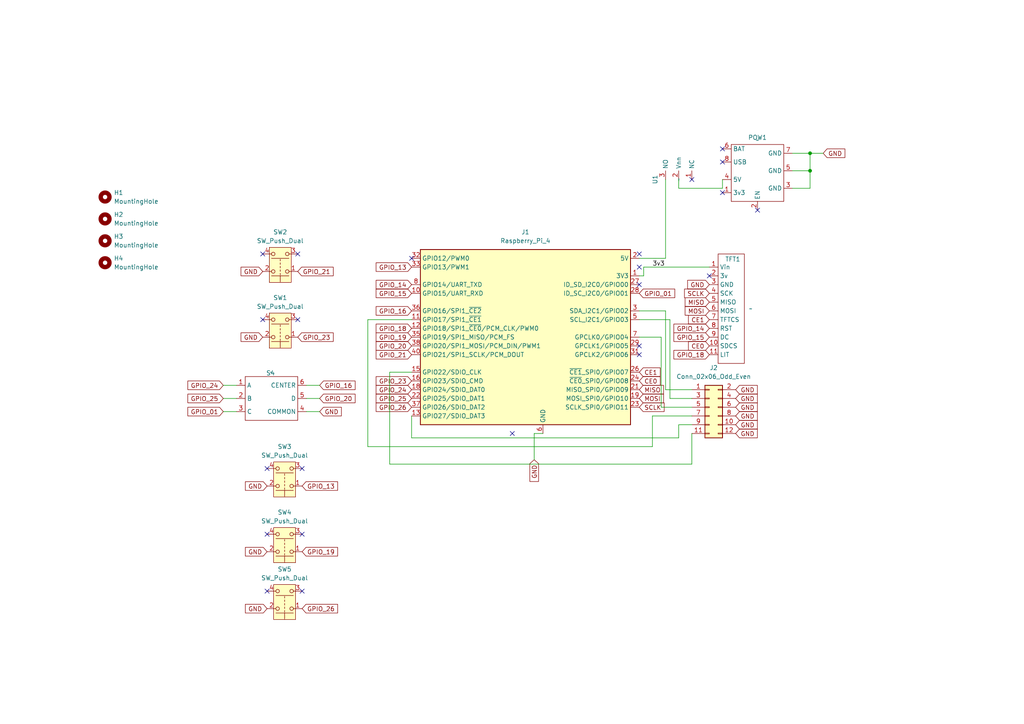
<source format=kicad_sch>
(kicad_sch (version 20250114) (generator "eeschema") (generator_version "9.0")
  (paper "A4")
  (lib_symbols
    (symbol "Connector:Raspberry_Pi_4"
      (property "Reference" "J1" (at 0 30.48 0))
      (property "Value" "Raspberry_Pi_4" (at 0 27.94 0))
      (symbol "Raspberry_Pi_4_0_1"
        (rectangle (start -30.48 25.4) (end 30.48 -25.4) (stroke (width 0.254)) (fill (type background)))
      )
      (symbol "Raspberry_Pi_4_1_1"
        (pin bidirectional line (at -33.02 22.86 0) (length 2.54) (name "GPIO12/PWM0") (number "32"))
        (pin bidirectional line (at -33.02 20.32 0) (length 2.54) (name "GPIO13/PWM1") (number "33"))
        (pin bidirectional line (at -33.02 15.24 0) (length 2.54) (name "GPIO14/UART_TXD") (number "8"))
        (pin bidirectional line (at -33.02 12.7 0) (length 2.54) (name "GPIO15/UART_RXD") (number "10"))
        (pin bidirectional line (at -33.02 7.62 0) (length 2.54) (name "GPIO16/SPI1_~{CE2}") (number "36"))
        (pin bidirectional line (at -33.02 5.08 0) (length 2.54) (name "GPIO17/SPI1_~{CE1}") (number "11"))
        (pin bidirectional line (at -33.02 2.54 0) (length 2.54) (name "GPIO18/SPI1_~{CE0}/PCM_CLK/PWM0") (number "12"))
        (pin bidirectional line (at -33.02 0 0) (length 2.54) (name "GPIO19/SPI1_MISO/PCM_FS") (number "35"))
        (pin bidirectional line (at -33.02 -2.54 0) (length 2.54) (name "GPIO20/SPI1_MOSI/PCM_DIN/PWM1") (number "38"))
        (pin bidirectional line (at -33.02 -5.08 0) (length 2.54) (name "GPIO21/SPI1_SCLK/PCM_DOUT") (number "40"))
        (pin bidirectional line (at -33.02 -10.16 0) (length 2.54) (name "GPIO22/SDIO_CLK") (number "15"))
        (pin bidirectional line (at -33.02 -12.7 0) (length 2.54) (name "GPIO23/SDIO_CMD") (number "16"))
        (pin bidirectional line (at -33.02 -15.24 0) (length 2.54) (name "GPIO24/SDIO_DAT0") (number "18"))
        (pin bidirectional line (at -33.02 -17.78 0) (length 2.54) (name "GPIO25/SDIO_DAT1") (number "22"))
        (pin bidirectional line (at -33.02 -20.32 0) (length 2.54) (name "GPIO26/SDIO_DAT2") (number "37"))
        (pin bidirectional line (at -33.02 -22.86 0) (length 2.54) (name "GPIO27/SDIO_DAT3") (number "13"))
        (pin passive line (at -3.81 -27.94 90) (length 2.54) (hide yes) (name "GND") (number "25"))
        (pin passive line (at -3.81 -27.94 90) (length 2.54) (hide yes) (name "GND") (number "9"))
        (pin passive line (at 5.08 -27.94 90) (length 2.54) (hide yes) (name "GND") (number "14"))
        (pin passive line (at 5.08 -27.94 90) (length 2.54) (hide yes) (name "GND") (number "20"))
        (pin passive line (at 5.08 -27.94 90) (length 2.54) (hide yes) (name "GND") (number "30"))
        (pin passive line (at 5.08 -27.94 90) (length 2.54) (hide yes) (name "GND") (number "34"))
        (pin passive line (at 5.08 -27.94 90) (length 2.54) (hide yes) (name "GND") (number "39"))
        (pin power_out line (at 5.08 -27.94 90) (length 2.54) (name "GND") (number "6"))
        (pin passive line (at 33.02 24.13 180) (length 2.54) (hide yes) (name "5V") (number "4"))
        (pin power_out line (at 33.02 22.86 180) (length 2.54) (name "5V") (number "2"))
        (pin passive line (at 33.02 20.32 180) (length 2.54) (hide yes) (name "3V3") (number "17"))
        (pin power_out line (at 33.02 17.78 180) (length 2.54) (name "3V3") (number "1"))
        (pin bidirectional line (at 33.02 15.24 180) (length 2.54) (name "ID_SD_I2C0/GPIO00") (number "27"))
        (pin bidirectional line (at 33.02 12.7 180) (length 2.54) (name "ID_SC_I2C0/GPIO01") (number "28"))
        (pin bidirectional line (at 33.02 7.62 180) (length 2.54) (name "SDA_I2C1/GPIO02") (number "3"))
        (pin bidirectional line (at 33.02 5.08 180) (length 2.54) (name "SCL_I2C1/GPIO03") (number "5"))
        (pin bidirectional line (at 33.02 0 180) (length 2.54) (name "GPCLK0/GPIO04") (number "7"))
        (pin bidirectional line (at 33.02 -2.54 180) (length 2.54) (name "GPCLK1/GPIO05") (number "29"))
        (pin bidirectional line (at 33.02 -5.08 180) (length 2.54) (name "GPCLK2/GPIO06") (number "31"))
        (pin bidirectional line (at 33.02 -10.16 180) (length 2.54) (name "~{CE1}_SPI0/GPIO07") (number "26"))
        (pin bidirectional line (at 33.02 -12.7 180) (length 2.54) (name "~{CE0}_SPI0/GPIO08") (number "24"))
        (pin bidirectional line (at 33.02 -15.24 180) (length 2.54) (name "MISO_SPI0/GPIO09") (number "21"))
        (pin bidirectional line (at 33.02 -17.78 180) (length 2.54) (name "MOSI_SPI0/GPIO10") (number "19"))
        (pin bidirectional line (at 33.02 -20.32 180) (length 2.54) (name "SCLK_SPI0/GPIO11") (number "23"))
      )
    )
    (symbol "Connector_Generic:Conn_02x06_Odd_Even" (pin_names (offset 1.016) (hide yes))
      (property "Reference" "J" (at 1.27 7.62 0))
      (property "Value" "Conn_02x06_Odd_Even" (at 1.27 -10.16 0))
      (symbol "Conn_02x06_Odd_Even_1_1"
        (rectangle (start -1.27 6.35) (end 3.81 -8.89) (stroke (width 0.254)) (fill (type background)))
        (rectangle (start -1.27 5.207) (end 0 4.953) (stroke (width 0.1524)))
        (rectangle (start -1.27 2.667) (end 0 2.413) (stroke (width 0.1524)))
        (rectangle (start -1.27 0.127) (end 0 -0.127) (stroke (width 0.1524)))
        (rectangle (start -1.27 -2.413) (end 0 -2.667) (stroke (width 0.1524)))
        (rectangle (start -1.27 -4.953) (end 0 -5.207) (stroke (width 0.1524)))
        (rectangle (start -1.27 -7.493) (end 0 -7.747) (stroke (width 0.1524)))
        (rectangle (start 3.81 5.207) (end 2.54 4.953) (stroke (width 0.1524)))
        (rectangle (start 3.81 2.667) (end 2.54 2.413) (stroke (width 0.1524)))
        (rectangle (start 3.81 0.127) (end 2.54 -0.127) (stroke (width 0.1524)))
        (rectangle (start 3.81 -2.413) (end 2.54 -2.667) (stroke (width 0.1524)))
        (rectangle (start 3.81 -4.953) (end 2.54 -5.207) (stroke (width 0.1524)))
        (rectangle (start 3.81 -7.493) (end 2.54 -7.747) (stroke (width 0.1524)))
        (pin passive line (at -5.08 5.08 0) (length 3.81) (name "Pin_1") (number "1"))
        (pin passive line (at -5.08 2.54 0) (length 3.81) (name "Pin_3") (number "3"))
        (pin passive line (at -5.08 0 0) (length 3.81) (name "Pin_5") (number "5"))
        (pin passive line (at -5.08 -2.54 0) (length 3.81) (name "Pin_7") (number "7"))
        (pin passive line (at -5.08 -5.08 0) (length 3.81) (name "Pin_9") (number "9"))
        (pin passive line (at -5.08 -7.62 0) (length 3.81) (name "Pin_11") (number "11"))
        (pin passive line (at 7.62 5.08 180) (length 3.81) (name "Pin_2") (number "2"))
        (pin passive line (at 7.62 2.54 180) (length 3.81) (name "Pin_4") (number "4"))
        (pin passive line (at 7.62 0 180) (length 3.81) (name "Pin_6") (number "6"))
        (pin passive line (at 7.62 -2.54 180) (length 3.81) (name "Pin_8") (number "8"))
        (pin passive line (at 7.62 -5.08 180) (length 3.81) (name "Pin_10") (number "10"))
        (pin passive line (at 7.62 -7.62 180) (length 3.81) (name "Pin_12") (number "12"))
      )
    )
    (symbol "Mechanical:MountingHole" (pin_names (offset 1.016)) (in_bom no)
      (property "Reference" "H" (at 0 5.08 0))
      (property "Value" "MountingHole" (at 0 3.175 0))
      (symbol "MountingHole_0_1"
        (circle (center 0 0) (radius 1.27) (stroke (width 1.27)))
      )
    )
    (symbol "Switch:SW_Push_Dual" (pin_names (offset 1.016) (hide yes))
      (property "Reference" "SW" (at 0 7.62 0))
      (property "Value" "SW_Push_Dual" (at 0 -6.35 0))
      (symbol "SW_Push_Dual_0_1"
        (circle (center -2.032 2.54) (radius 0.508))
        (circle (center -2.032 -2.54) (radius 0.508))
        (polyline (pts (xy 0 3.81) (xy 0 5.588)))
        (polyline (pts (xy 0 3.048) (xy 0 3.556)))
        (polyline (pts (xy 0 2.032) (xy 0 2.54)))
        (polyline (pts (xy 0 1.016) (xy 0 1.524)))
        (polyline (pts (xy 0 0.508) (xy 0 0)))
        (polyline (pts (xy 0 -0.508) (xy 0 -1.016)))
        (circle (center 2.032 2.54) (radius 0.508))
        (circle (center 2.032 -2.54) (radius 0.508))
        (polyline (pts (xy 2.54 3.81) (xy -2.54 3.81)))
        (polyline (pts (xy 2.54 -1.27) (xy -2.54 -1.27)))
        (pin passive line (at -5.08 2.54 0) (length 2.54) (name "1") (number "1"))
        (pin passive line (at -5.08 -2.54 0) (length 2.54) (name "3") (number "3"))
        (pin passive line (at 5.08 2.54 180) (length 2.54) (name "2") (number "2"))
        (pin passive line (at 5.08 -2.54 180) (length 2.54) (name "4") (number "4"))
      )
      (symbol "SW_Push_Dual_1_1"
        (rectangle (start -3.175 5.715) (end 3.175 -4.445) (fill (type background)))
      )
    )
    (symbol "camera_base:SEED_LIPO_RIDER_PLUS"
      (property "Reference" "POW1" (at 9.652 0 90))
      (property "Value" "~" (at 8.89 0 90))
      (symbol "SEED_LIPO_RIDER_PLUS_0_1"
        (rectangle (start -8.89 7.62) (end 7.62 -7.62))
      )
      (symbol "SEED_LIPO_RIDER_PLUS_1_1"
        (pin bidirectional line (at -11.43 0 0) (length 2.54) (name "EN") (number "2"))
        (pin power_out line (at -6.35 10.16 270) (length 2.54) (name "3v3") (number "1"))
        (pin power_in line (at -5.08 -10.16 90) (length 2.54) (name "GND") (number "3"))
        (pin power_in line (at -2.54 10.16 270) (length 2.54) (name "5V") (number "4"))
        (pin power_in line (at 0 -10.16 90) (length 2.54) (name "GND") (number "5"))
        (pin power_out line (at 2.54 10.16 270) (length 2.54) (name "USB") (number "8"))
        (pin power_in line (at 5.08 -10.16 90) (length 2.54) (name "GND") (number "7"))
        (pin power_out line (at 6.35 10.16 270) (length 2.54) (name "BAT") (number "6"))
      )
    )
    (symbol "camera_base:SKQUCAA010"
      (property "Reference" "U" (at 0 0 0))
      (symbol "SKQUCAA010_0_1"
        (polyline (pts (xy -6.35 6.35) (xy -6.35 -6.35) (xy 8.89 -6.35) (xy 8.89 6.35) (xy -6.35 6.35)))
      )
      (symbol "SKQUCAA010_1_1"
        (pin input line (at -8.89 3.81 0) (length 2.54) (name "A") (number "1"))
        (pin input line (at -8.89 0 0) (length 2.54) (name "B") (number "2"))
        (pin input line (at -8.89 -3.81 0) (length 2.54) (name "C") (number "3"))
        (pin input line (at 11.43 3.81 180) (length 2.54) (name "CENTER") (number "6"))
        (pin input line (at 11.43 0 180) (length 2.54) (name "D") (number "5"))
        (pin input line (at 11.43 -3.81 180) (length 2.54) (name "COMMON") (number "4"))
      )
    )
    (symbol "camera_base:SWITCH_1"
      (property "Reference" "U1" (at 0 6.858 0))
      (property "Value" "~" (at 0 0 0))
      (symbol "SWITCH_1_1_1"
        (pin power_in line (at 0 3.81 0) (length 2.54) (name "NO") (number "3"))
        (pin power_out line (at 0 0 0) (length 2.54) (name "Vnn") (number "2"))
        (pin power_in line (at 0 -3.81 0) (length 2.54) (name "NC") (number "1"))
      )
    )
    (symbol "tft_1"
      (property "Reference" "TFT" (at 2.032 -1.524 0))
      (property "Value" "~" (at 8.89 -15.875 0))
      (symbol "tft_1_0_1"
        (polyline (pts (xy 0 0) (xy 0 -31.75) (xy 7.62 -31.75) (xy 7.62 0) (xy 0 0)))
      )
      (symbol "tft_1_1_1"
        (pin input line (at -2.54 -3.81 0) (length 2.54) (name "Vin") (number "1"))
        (pin input line (at -2.54 -6.35 0) (length 2.54) (name "3v") (number "2"))
        (pin input line (at -2.54 -8.89 0) (length 2.54) (name "GND") (number "3"))
        (pin input line (at -2.54 -11.43 0) (length 2.54) (name "SCK") (number "4"))
        (pin input line (at -2.54 -13.97 0) (length 2.54) (name "MISO") (number "5"))
        (pin input line (at -2.54 -16.51 0) (length 2.54) (name "MOSI") (number "6"))
        (pin input line (at -2.54 -19.05 0) (length 2.54) (name "TFTCS") (number "7"))
        (pin input line (at -2.54 -21.59 0) (length 2.54) (name "RST") (number "8"))
        (pin input line (at -2.54 -24.13 0) (length 2.54) (name "DC") (number "9"))
        (pin input line (at -2.54 -26.67 0) (length 2.54) (name "SDCS") (number "10"))
        (pin input line (at -2.54 -29.21 0) (length 2.54) (name "LIT") (number "11"))
      )
    )
  )
  (junction (at 234.95 49.53))
  (junction (at 234.95 44.45))
  (no_connect (at 87.63 135.89))
  (no_connect (at 76.2 92.71))
  (no_connect (at 76.2 73.66))
  (no_connect (at 185.42 77.47))
  (no_connect (at 209.55 46.99))
  (no_connect (at 185.42 102.87))
  (no_connect (at 185.42 100.33))
  (no_connect (at 86.36 92.71))
  (no_connect (at 148.59 125.73))
  (no_connect (at 219.71 60.96))
  (no_connect (at 119.38 74.93))
  (no_connect (at 87.63 154.94))
  (no_connect (at 185.42 82.55))
  (no_connect (at 205.74 80.01))
  (no_connect (at 209.55 55.88))
  (no_connect (at 77.47 135.89))
  (no_connect (at 185.42 73.66))
  (no_connect (at 77.47 154.94))
  (no_connect (at 209.55 43.18))
  (no_connect (at 87.63 171.45))
  (no_connect (at 200.66 52.07))
  (no_connect (at 86.36 73.66))
  (no_connect (at 77.47 171.45))
  (wire (pts (xy 196.85 127) (xy 196.85 123.19)))
  (wire (pts (xy 196.85 52.07) (xy 196.85 54.61)))
  (wire (pts (xy 196.85 123.19) (xy 200.66 123.19)))
  (wire (pts (xy 193.04 52.07) (xy 193.04 74.93)))
  (wire (pts (xy 113.03 107.95) (xy 113.03 134.62)))
  (wire (pts (xy 191.77 118.11) (xy 200.66 118.11)))
  (wire (pts (xy 194.31 92.71) (xy 194.31 115.57)))
  (wire (pts (xy 193.04 113.03) (xy 200.66 113.03)))
  (wire (pts (xy 186.69 77.47) (xy 205.74 77.47)))
  (wire (pts (xy 154.94 125.73) (xy 157.48 125.73)))
  (wire (pts (xy 88.9 119.38) (xy 92.71 119.38)))
  (wire (pts (xy 191.77 97.79) (xy 191.77 118.11)))
  (wire (pts (xy 119.38 127) (xy 196.85 127)))
  (wire (pts (xy 196.85 54.61) (xy 209.55 54.61)))
  (wire (pts (xy 64.77 119.38) (xy 68.58 119.38)))
  (wire (pts (xy 185.42 74.93) (xy 193.04 74.93)))
  (wire (pts (xy 119.38 92.71) (xy 106.68 92.71)))
  (wire (pts (xy 186.69 77.47) (xy 186.69 80.01)))
  (wire (pts (xy 185.42 97.79) (xy 191.77 97.79)))
  (wire (pts (xy 64.77 111.76) (xy 68.58 111.76)))
  (wire (pts (xy 88.9 115.57) (xy 92.71 115.57)))
  (wire (pts (xy 200.66 134.62) (xy 200.66 125.73)))
  (wire (pts (xy 229.87 49.53) (xy 234.95 49.53)))
  (wire (pts (xy 234.95 49.53) (xy 234.95 54.61)))
  (wire (pts (xy 229.87 44.45) (xy 234.95 44.45)))
  (wire (pts (xy 88.9 111.76) (xy 92.71 111.76)))
  (wire (pts (xy 209.55 54.61) (xy 209.55 52.07)))
  (wire (pts (xy 154.94 125.73) (xy 154.94 133.35)))
  (wire (pts (xy 229.87 54.61) (xy 234.95 54.61)))
  (wire (pts (xy 189.23 129.54) (xy 189.23 120.65)))
  (wire (pts (xy 119.38 120.65) (xy 119.38 127)))
  (wire (pts (xy 106.68 92.71) (xy 106.68 129.54)))
  (wire (pts (xy 185.42 92.71) (xy 194.31 92.71)))
  (wire (pts (xy 234.95 44.45) (xy 238.76 44.45)))
  (wire (pts (xy 119.38 107.95) (xy 113.03 107.95)))
  (wire (pts (xy 185.42 90.17) (xy 193.04 90.17)))
  (wire (pts (xy 194.31 115.57) (xy 200.66 115.57)))
  (wire (pts (xy 189.23 120.65) (xy 200.66 120.65)))
  (wire (pts (xy 193.04 90.17) (xy 193.04 113.03)))
  (wire (pts (xy 64.77 115.57) (xy 68.58 115.57)))
  (wire (pts (xy 113.03 134.62) (xy 200.66 134.62)))
  (wire (pts (xy 106.68 129.54) (xy 189.23 129.54)))
  (wire (pts (xy 185.42 80.01) (xy 186.69 80.01)))
  (wire (pts (xy 234.95 44.45) (xy 234.95 49.53)))
  (label "3v3" (at 189.23 77.47 0))
  (global_label "GPIO_14" (shape input) (at 205.74 95.25 180) (property "Intersheetrefs" "${INTERSHEET_REFS}" (effects (hide yes))))
  (global_label "GND" (shape input) (at 213.36 115.57 0) (property "Intersheetrefs" "${INTERSHEET_REFS}" (effects (hide yes))))
  (global_label "MISO" (shape input) (at 185.42 113.03 0) (property "Intersheetrefs" "${INTERSHEET_REFS}" (effects (hide yes))))
  (global_label "GPIO_13" (shape input) (at 119.38 77.47 180) (property "Intersheetrefs" "${INTERSHEET_REFS}" (effects (hide yes))))
  (global_label "MOSI" (shape input) (at 205.74 90.17 180) (property "Intersheetrefs" "${INTERSHEET_REFS}" (effects (hide yes))))
  (global_label "GND" (shape input) (at 77.47 160.02 180) (property "Intersheetrefs" "${INTERSHEET_REFS}" (effects (hide yes))))
  (global_label "GPIO_18" (shape input) (at 119.38 95.25 180) (property "Intersheetrefs" "${INTERSHEET_REFS}" (effects (hide yes))))
  (global_label "GND" (shape input) (at 213.36 120.65 0) (property "Intersheetrefs" "${INTERSHEET_REFS}" (effects (hide yes))))
  (global_label "GPIO_19" (shape input) (at 87.63 160.02 0) (property "Intersheetrefs" "${INTERSHEET_REFS}" (effects (hide yes))))
  (global_label "GPIO_24" (shape input) (at 119.38 113.03 180) (property "Intersheetrefs" "${INTERSHEET_REFS}" (effects (hide yes))))
  (global_label "GND" (shape input) (at 238.76 44.45 0) (property "Intersheetrefs" "${INTERSHEET_REFS}" (effects (hide yes))))
  (global_label "GPIO_13" (shape input) (at 87.63 140.97 0) (property "Intersheetrefs" "${INTERSHEET_REFS}" (effects (hide yes))))
  (global_label "GND" (shape input) (at 213.36 123.19 0) (property "Intersheetrefs" "${INTERSHEET_REFS}" (effects (hide yes))))
  (global_label "GPIO_15" (shape input) (at 119.38 85.09 180) (property "Intersheetrefs" "${INTERSHEET_REFS}" (effects (hide yes))))
  (global_label "GND" (shape input) (at 76.2 78.74 180) (property "Intersheetrefs" "${INTERSHEET_REFS}" (effects (hide yes))))
  (global_label "GPIO_16" (shape input) (at 92.71 111.76 0) (property "Intersheetrefs" "${INTERSHEET_REFS}" (effects (hide yes))))
  (global_label "GPIO_25" (shape input) (at 64.77 115.57 180) (property "Intersheetrefs" "${INTERSHEET_REFS}" (effects (hide yes))))
  (global_label "MISO" (shape input) (at 205.74 87.63 180) (property "Intersheetrefs" "${INTERSHEET_REFS}" (effects (hide yes))))
  (global_label "GPIO_23" (shape input) (at 119.38 110.49 180) (property "Intersheetrefs" "${INTERSHEET_REFS}" (effects (hide yes))))
  (global_label "GPIO_21" (shape input) (at 86.36 78.74 0) (property "Intersheetrefs" "${INTERSHEET_REFS}" (effects (hide yes))))
  (global_label "GPIO_20" (shape input) (at 119.38 100.33 180) (property "Intersheetrefs" "${INTERSHEET_REFS}" (effects (hide yes))))
  (global_label "GND" (shape input) (at 213.36 118.11 0) (property "Intersheetrefs" "${INTERSHEET_REFS}" (effects (hide yes))))
  (global_label "GPIO_26" (shape input) (at 119.38 118.11 180) (property "Intersheetrefs" "${INTERSHEET_REFS}" (effects (hide yes))))
  (global_label "GND" (shape input) (at 154.94 133.35 270) (property "Intersheetrefs" "${INTERSHEET_REFS}" (effects (hide yes))))
  (global_label "GPIO_25" (shape input) (at 119.38 115.57 180) (property "Intersheetrefs" "${INTERSHEET_REFS}" (effects (hide yes))))
  (global_label "CE1" (shape input) (at 185.42 107.95 0) (property "Intersheetrefs" "${INTERSHEET_REFS}" (effects (hide yes))))
  (global_label "GPIO_19" (shape input) (at 119.38 97.79 180) (property "Intersheetrefs" "${INTERSHEET_REFS}" (effects (hide yes))))
  (global_label "GPIO_24" (shape input) (at 64.77 111.76 180) (property "Intersheetrefs" "${INTERSHEET_REFS}" (effects (hide yes))))
  (global_label "MOSI" (shape input) (at 185.42 115.57 0) (property "Intersheetrefs" "${INTERSHEET_REFS}" (effects (hide yes))))
  (global_label "GND" (shape input) (at 92.71 119.38 0) (property "Intersheetrefs" "${INTERSHEET_REFS}" (effects (hide yes))))
  (global_label "GPIO_18" (shape input) (at 205.74 102.87 180) (property "Intersheetrefs" "${INTERSHEET_REFS}" (effects (hide yes))))
  (global_label "GPIO_16" (shape input) (at 119.38 90.17 180) (property "Intersheetrefs" "${INTERSHEET_REFS}" (effects (hide yes))))
  (global_label "CE1" (shape input) (at 205.74 92.71 180) (property "Intersheetrefs" "${INTERSHEET_REFS}" (effects (hide yes))))
  (global_label "GPIO_14" (shape input) (at 119.38 82.55 180) (property "Intersheetrefs" "${INTERSHEET_REFS}" (effects (hide yes))))
  (global_label "GPIO_15" (shape input) (at 205.74 97.79 180) (property "Intersheetrefs" "${INTERSHEET_REFS}" (effects (hide yes))))
  (global_label "GND" (shape input) (at 213.36 125.73 0) (property "Intersheetrefs" "${INTERSHEET_REFS}" (effects (hide yes))))
  (global_label "GPIO_20" (shape input) (at 92.71 115.57 0) (property "Intersheetrefs" "${INTERSHEET_REFS}" (effects (hide yes))))
  (global_label "GND" (shape input) (at 77.47 140.97 180) (property "Intersheetrefs" "${INTERSHEET_REFS}" (effects (hide yes))))
  (global_label "GPIO_21" (shape input) (at 119.38 102.87 180) (property "Intersheetrefs" "${INTERSHEET_REFS}" (effects (hide yes))))
  (global_label "CE0" (shape input) (at 205.74 100.33 180) (property "Intersheetrefs" "${INTERSHEET_REFS}" (effects (hide yes))))
  (global_label "CE0" (shape input) (at 185.42 110.49 0) (property "Intersheetrefs" "${INTERSHEET_REFS}" (effects (hide yes))))
  (global_label "GPIO_01" (shape input) (at 185.42 85.09 0) (property "Intersheetrefs" "${INTERSHEET_REFS}" (effects (hide yes))))
  (global_label "SCLK" (shape input) (at 205.74 85.09 180) (property "Intersheetrefs" "${INTERSHEET_REFS}" (effects (hide yes))))
  (global_label "GND" (shape input) (at 76.2 97.79 180) (property "Intersheetrefs" "${INTERSHEET_REFS}" (effects (hide yes))))
  (global_label "GPIO_26" (shape input) (at 87.63 176.53 0) (property "Intersheetrefs" "${INTERSHEET_REFS}" (effects (hide yes))))
  (global_label "GND" (shape input) (at 205.74 82.55 180) (property "Intersheetrefs" "${INTERSHEET_REFS}" (effects (hide yes))))
  (global_label "GPIO_01" (shape input) (at 64.77 119.38 180) (property "Intersheetrefs" "${INTERSHEET_REFS}" (effects (hide yes))))
  (global_label "SCLK" (shape input) (at 185.42 118.11 0) (property "Intersheetrefs" "${INTERSHEET_REFS}" (effects (hide yes))))
  (global_label "GND" (shape input) (at 77.47 176.53 180) (property "Intersheetrefs" "${INTERSHEET_REFS}" (effects (hide yes))))
  (global_label "GND" (shape input) (at 213.36 113.03 0) (property "Intersheetrefs" "${INTERSHEET_REFS}" (effects (hide yes))))
  (global_label "GPIO_23" (shape input) (at 86.36 97.79 0) (property "Intersheetrefs" "${INTERSHEET_REFS}" (effects (hide yes))))
  (symbol (lib_id "Switch:SW_Push_Dual") (at 82.55 173.99 180) (unit 1)
    (property "Reference" "SW5" (at 82.55 165.1 0))
    (property "Value" "SW_Push_Dual" (at 82.55 167.64 0))
    (property "Footprint" "camera_base:PUSH_BUTTON_12mm" (effects (hide yes)))
    (property "Description" "Push button switch, generic, symbol, four pins" (effects (hide yes)))
  )
  (symbol (lib_id "Connector_Generic:Conn_02x06_Odd_Even") (at 205.74 118.11 0) (unit 1)
    (property "Reference" "J2" (at 207.01 106.68 0))
    (property "Value" "Conn_02x06_Odd_Even" (at 207.01 109.22 0))
    (property "Footprint" "Connector_PinSocket_2.54mm:PinSocket_2x06_P2.54mm_Vertical" (effects (hide yes)))
    (property "Description" "Generic connector, double row, 02x06, odd/even pin numbering scheme (row 1 odd numbers, row 2 even numbers), script generated (kicad-library-utils/schlib/autogen/connector/)" (effects (hide yes)))
  )
  (symbol (lib_id "camera_base:SKQUCAA010") (at 77.47 115.57 0) (unit 1)
    (property "Reference" "S4" (at 78.486 108.204 0))
    (property "Value" "~" (at 78.74 107.95 0))
    (property "Footprint" "camera_base:5D_Button" (effects (hide yes)))
  )
  (symbol (lib_id "Mechanical:MountingHole") (at 30.48 69.85 0) (unit 1) (in_bom no)
    (property "Reference" "H3" (at 33.02 68.5799 0) (effects (justify left)))
    (property "Value" "MountingHole" (at 33.02 71.1199 0) (effects (justify left)))
    (property "Footprint" "MountingHole:MountingHole_2.7mm_M2.5" (effects (hide yes)))
    (property "Description" "Mounting Hole without connection" (effects (hide yes)))
  )
  (symbol (lib_id "camera_base:SEED_LIPO_RIDER_PLUS") (at 219.71 49.53 90) (unit 1)
    (property "Reference" "POW1" (at 219.71 39.878 90))
    (property "Value" "~" (at 219.71 40.64 90))
    (property "Footprint" "camera_base:SEED Studio LIPO Rider Plus" (effects (hide yes)))
  )
  (symbol (lib_name "tft_1") (lib_id "camera_base:tft") (at 208.28 73.66 0) (unit 1)
    (property "Reference" "TFT1" (at 210.312 75.184 0) (effects (justify left)))
    (property "Value" "~" (at 217.17 89.535 0) (effects (justify left)))
    (property "Footprint" "camera_base:TFT 1.14" (effects (hide yes)))
  )
  (symbol (lib_id "Switch:SW_Push_Dual") (at 82.55 138.43 180) (unit 1)
    (property "Reference" "SW3" (at 82.55 129.54 0))
    (property "Value" "SW_Push_Dual" (at 82.55 132.08 0))
    (property "Footprint" "camera_base:PUSH_BUTTON_12mm" (effects (hide yes)))
    (property "Description" "Push button switch, generic, symbol, four pins" (effects (hide yes)))
  )
  (symbol (lib_id "Mechanical:MountingHole") (at 30.48 57.15 0) (unit 1) (in_bom no)
    (property "Reference" "H1" (at 33.02 55.8799 0) (effects (justify left)))
    (property "Value" "MountingHole" (at 33.02 58.4199 0) (effects (justify left)))
    (property "Footprint" "MountingHole:MountingHole_2.7mm_M2.5" (effects (hide yes)))
    (property "Description" "Mounting Hole without connection" (effects (hide yes)))
  )
  (symbol (lib_id "Mechanical:MountingHole") (at 30.48 76.2 0) (unit 1) (in_bom no)
    (property "Reference" "H4" (at 33.02 74.9299 0) (effects (justify left)))
    (property "Value" "MountingHole" (at 33.02 77.4699 0) (effects (justify left)))
    (property "Footprint" "MountingHole:MountingHole_2.7mm_M2.5" (effects (hide yes)))
    (property "Description" "Mounting Hole without connection" (effects (hide yes)))
  )
  (symbol (lib_id "Switch:SW_Push_Dual") (at 81.28 76.2 180) (unit 1)
    (property "Reference" "SW2" (at 81.28 67.31 0))
    (property "Value" "SW_Push_Dual" (at 81.28 69.85 0))
    (property "Footprint" "camera_base:PUSH_BUTTON_12mm" (effects (hide yes)))
    (property "Description" "Push button switch, generic, symbol, four pins" (effects (hide yes)))
  )
  (symbol (lib_id "Switch:SW_Push_Dual") (at 82.55 157.48 180) (unit 1)
    (property "Reference" "SW4" (at 82.55 148.59 0))
    (property "Value" "SW_Push_Dual" (at 82.55 151.13 0))
    (property "Footprint" "camera_base:PUSH_BUTTON_12mm" (effects (hide yes)))
    (property "Description" "Push button switch, generic, symbol, four pins" (effects (hide yes)))
  )
  (symbol (lib_id "Connector:Raspberry_Pi_4") (at 152.4 97.79 0) (unit 1)
    (property "Reference" "J1" (at 152.4 67.31 0))
    (property "Value" "Raspberry_Pi_4" (at 152.4 69.85 0))
    (property "Footprint" "RASPBERRY_PI_ZERO_2_W:MODULE_RASPBERRY_PI_ZERO_2_W" (effects (hide yes)))
    (property "Datasheet" "https://datasheets.raspberrypi.com/rpi4/raspberry-pi-4-datasheet.pdf" (effects (hide yes)))
    (property "Description" "Raspberry Pi 4 Model B" (effects (hide yes)))
  )
  (symbol (lib_id "Mechanical:MountingHole") (at 30.48 63.5 0) (unit 1) (in_bom no)
    (property "Reference" "H2" (at 33.02 62.2299 0) (effects (justify left)))
    (property "Value" "MountingHole" (at 33.02 64.7699 0) (effects (justify left)))
    (property "Footprint" "MountingHole:MountingHole_2.7mm_M2.5" (effects (hide yes)))
    (property "Description" "Mounting Hole without connection" (effects (hide yes)))
  )
  (symbol (lib_id "camera_base:SWITCH_1") (at 196.85 52.07 90) (unit 1)
    (property "Reference" "U1" (at 189.992 52.07 0))
    (property "Value" "~" (at 196.85 52.07 0))
    (property "Footprint" "camera_base:switch" (effects (hide yes)))
  )
  (symbol (lib_id "Switch:SW_Push_Dual") (at 81.28 95.25 180) (unit 1)
    (property "Reference" "SW1" (at 81.28 86.36 0))
    (property "Value" "SW_Push_Dual" (at 81.28 88.9 0))
    (property "Footprint" "camera_base:PUSH_BUTTON_12mm" (effects (hide yes)))
    (property "Description" "Push button switch, generic, symbol, four pins" (effects (hide yes)))
  )
)
</source>
